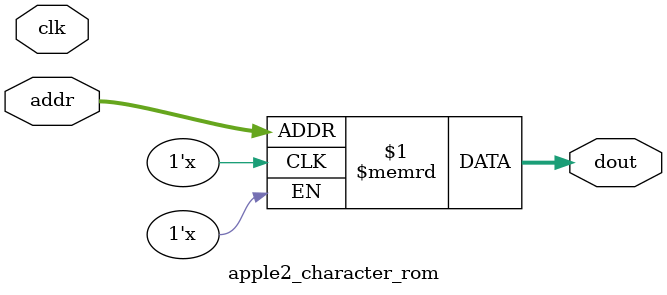
<source format=v>
module apple2_character_rom(
  input clk,
  input [8:0] addr,
  output [4:0] dout
);

  reg [4:0] rom [0:511];

  assign dout = rom[addr];

endmodule
</source>
